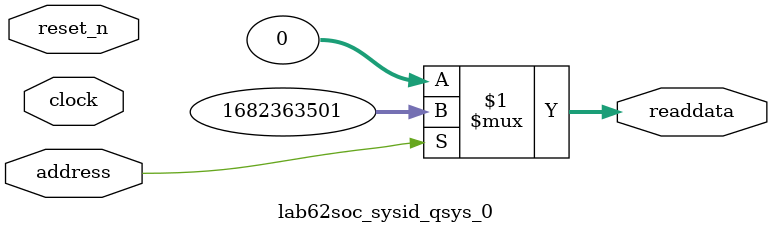
<source format=v>



// synthesis translate_off
`timescale 1ns / 1ps
// synthesis translate_on

// turn off superfluous verilog processor warnings 
// altera message_level Level1 
// altera message_off 10034 10035 10036 10037 10230 10240 10030 

module lab62soc_sysid_qsys_0 (
               // inputs:
                address,
                clock,
                reset_n,

               // outputs:
                readdata
             )
;

  output  [ 31: 0] readdata;
  input            address;
  input            clock;
  input            reset_n;

  wire    [ 31: 0] readdata;
  //control_slave, which is an e_avalon_slave
  assign readdata = address ? 1682363501 : 0;

endmodule



</source>
